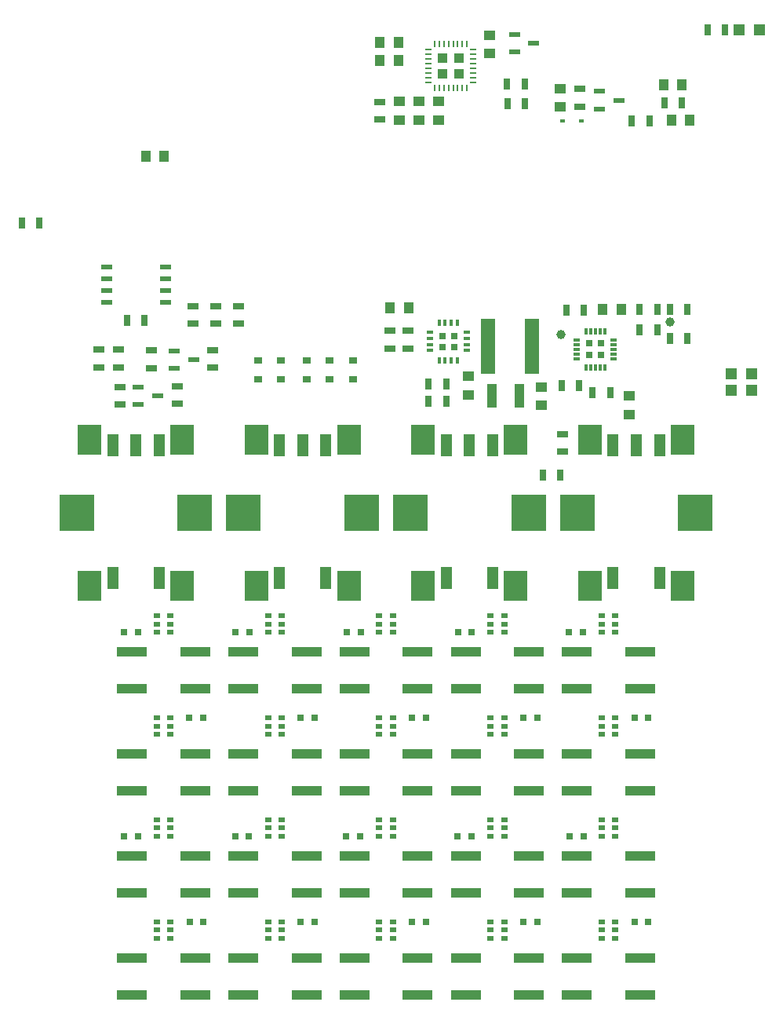
<source format=gbr>
G04 #@! TF.GenerationSoftware,KiCad,Pcbnew,(5.0.0-3-g5ebb6b6)*
G04 #@! TF.CreationDate,2018-10-17T11:41:48-06:00*
G04 #@! TF.ProjectId,teensy_beats,7465656E73795F62656174732E6B6963,rev?*
G04 #@! TF.SameCoordinates,Original*
G04 #@! TF.FileFunction,Paste,Top*
G04 #@! TF.FilePolarity,Positive*
%FSLAX46Y46*%
G04 Gerber Fmt 4.6, Leading zero omitted, Abs format (unit mm)*
G04 Created by KiCad (PCBNEW (5.0.0-3-g5ebb6b6)) date Wednesday, October 17, 2018 at 11:41:48 AM*
%MOMM*%
%LPD*%
G01*
G04 APERTURE LIST*
%ADD10C,1.000000*%
%ADD11R,1.250000X1.000000*%
%ADD12R,1.000000X1.250000*%
%ADD13R,1.000000X2.500000*%
%ADD14R,0.700000X1.300000*%
%ADD15R,1.300000X0.700000*%
%ADD16R,1.300000X0.600000*%
%ADD17R,0.800000X0.750000*%
%ADD18R,0.750000X0.750000*%
%ADD19R,0.350000X0.800000*%
%ADD20R,0.800000X0.350000*%
%ADD21R,0.730000X0.300000*%
%ADD22R,0.300000X0.730000*%
%ADD23R,1.035000X1.035000*%
%ADD24R,0.700000X0.250000*%
%ADD25R,0.250000X0.700000*%
%ADD26R,1.600000X5.900000*%
%ADD27R,1.200000X1.200000*%
%ADD28R,1.143000X0.508000*%
%ADD29R,3.750000X4.000000*%
%ADD30R,2.500000X3.300000*%
%ADD31R,1.300000X2.400000*%
%ADD32R,0.600000X0.450000*%
%ADD33R,0.800000X0.500000*%
%ADD34R,3.200000X1.000000*%
%ADD35R,0.900000X0.800000*%
G04 APERTURE END LIST*
D10*
G04 #@! TO.C,TP1*
X118875000Y-71775000D03*
G04 #@! TD*
G04 #@! TO.C,TP2*
X130600000Y-70425000D03*
G04 #@! TD*
D11*
G04 #@! TO.C,C35*
X126275000Y-78425000D03*
X126275000Y-80425000D03*
G04 #@! TD*
D12*
G04 #@! TO.C,C36*
X123350000Y-69125000D03*
X125350000Y-69125000D03*
G04 #@! TD*
D13*
G04 #@! TO.C,C22*
X114400000Y-78375000D03*
X111400000Y-78375000D03*
G04 #@! TD*
D14*
G04 #@! TO.C,R30*
X121360000Y-69130000D03*
X119460000Y-69130000D03*
G04 #@! TD*
D15*
G04 #@! TO.C,R26*
X71325000Y-79325000D03*
X71325000Y-77425000D03*
G04 #@! TD*
G04 #@! TO.C,R27*
X77450000Y-79250000D03*
X77450000Y-77350000D03*
G04 #@! TD*
G04 #@! TO.C,R28*
X74700000Y-73525000D03*
X74700000Y-75425000D03*
G04 #@! TD*
G04 #@! TO.C,R29*
X81275000Y-75375000D03*
X81275000Y-73475000D03*
G04 #@! TD*
D16*
G04 #@! TO.C,Q1*
X75325000Y-78375000D03*
X73225000Y-79325000D03*
X73225000Y-77425000D03*
G04 #@! TD*
G04 #@! TO.C,Q2*
X77125000Y-73575000D03*
X77125000Y-75475000D03*
X79225000Y-74525000D03*
G04 #@! TD*
D17*
G04 #@! TO.C,C9*
X114800000Y-113100000D03*
X116300000Y-113100000D03*
G04 #@! TD*
G04 #@! TO.C,C8*
X104300000Y-113100000D03*
X102800000Y-113100000D03*
G04 #@! TD*
G04 #@! TO.C,C7*
X90800000Y-113100000D03*
X92300000Y-113100000D03*
G04 #@! TD*
G04 #@! TO.C,C6*
X80250000Y-113100000D03*
X78750000Y-113100000D03*
G04 #@! TD*
G04 #@! TO.C,C5*
X121250000Y-103900000D03*
X119750000Y-103900000D03*
G04 #@! TD*
G04 #@! TO.C,C4*
X107750000Y-103900000D03*
X109250000Y-103900000D03*
G04 #@! TD*
G04 #@! TO.C,C3*
X97250000Y-103900000D03*
X95750000Y-103900000D03*
G04 #@! TD*
G04 #@! TO.C,C2*
X83750000Y-103900000D03*
X85250000Y-103900000D03*
G04 #@! TD*
G04 #@! TO.C,C1*
X73250000Y-103900000D03*
X71750000Y-103900000D03*
G04 #@! TD*
G04 #@! TO.C,C10*
X128300000Y-113100000D03*
X126800000Y-113100000D03*
G04 #@! TD*
G04 #@! TO.C,C11*
X73200000Y-125900000D03*
X71700000Y-125900000D03*
G04 #@! TD*
G04 #@! TO.C,C12*
X83700000Y-125900000D03*
X85200000Y-125900000D03*
G04 #@! TD*
G04 #@! TO.C,C13*
X97200000Y-125900000D03*
X95700000Y-125900000D03*
G04 #@! TD*
G04 #@! TO.C,C14*
X107700000Y-125900000D03*
X109200000Y-125900000D03*
G04 #@! TD*
D11*
G04 #@! TO.C,C21*
X108900000Y-76300000D03*
X108900000Y-78300000D03*
G04 #@! TD*
G04 #@! TO.C,C23*
X116725000Y-77450000D03*
X116725000Y-79450000D03*
G04 #@! TD*
D12*
G04 #@! TO.C,C24*
X100425000Y-68950000D03*
X102425000Y-68950000D03*
G04 #@! TD*
D11*
G04 #@! TO.C,C25*
X118780000Y-47260000D03*
X118780000Y-45260000D03*
G04 #@! TD*
G04 #@! TO.C,C26*
X101450000Y-46650000D03*
X101450000Y-48650000D03*
G04 #@! TD*
G04 #@! TO.C,C27*
X103550000Y-48650000D03*
X103550000Y-46650000D03*
G04 #@! TD*
G04 #@! TO.C,C28*
X105650000Y-46650000D03*
X105650000Y-48650000D03*
G04 #@! TD*
D12*
G04 #@! TO.C,C29*
X99350000Y-42225000D03*
X101350000Y-42225000D03*
G04 #@! TD*
G04 #@! TO.C,C30*
X101350000Y-40325000D03*
X99350000Y-40325000D03*
G04 #@! TD*
D11*
G04 #@! TO.C,C31*
X111150000Y-41500000D03*
X111150000Y-39500000D03*
G04 #@! TD*
D12*
G04 #@! TO.C,C32*
X76050000Y-52550000D03*
X74050000Y-52550000D03*
G04 #@! TD*
G04 #@! TO.C,C33*
X129940000Y-44880000D03*
X131940000Y-44880000D03*
G04 #@! TD*
G04 #@! TO.C,C34*
X132800000Y-48675000D03*
X130800000Y-48675000D03*
G04 #@! TD*
D18*
G04 #@! TO.C,U5*
X107325000Y-73175000D03*
X107325000Y-71925000D03*
X106075000Y-73175000D03*
X106075000Y-71925000D03*
D19*
X107675000Y-74550000D03*
X107025000Y-74550000D03*
X106375000Y-74550000D03*
X105725000Y-74550000D03*
D20*
X104700000Y-73525000D03*
X104700000Y-72875000D03*
X104700000Y-72225000D03*
X104700000Y-71575000D03*
D19*
X105725000Y-70550000D03*
X106375000Y-70550000D03*
X107025000Y-70550000D03*
X107675000Y-70550000D03*
D20*
X108700000Y-71575000D03*
X108700000Y-72225000D03*
X108700000Y-72875000D03*
X108700000Y-73525000D03*
G04 #@! TD*
D18*
G04 #@! TO.C,U4*
X123197452Y-72762787D03*
X121947452Y-72762787D03*
X123197452Y-74012787D03*
X121947452Y-74012787D03*
D21*
X124537452Y-72387787D03*
X124537452Y-72887787D03*
X124537452Y-73387787D03*
X124537452Y-73887787D03*
X124537452Y-74387787D03*
D22*
X123572452Y-75352787D03*
X123072452Y-75352787D03*
X122572452Y-75352787D03*
X122072452Y-75352787D03*
X121572452Y-75352787D03*
D21*
X120607452Y-74387787D03*
X120607452Y-73887787D03*
X120607452Y-73387787D03*
X120607452Y-72887787D03*
X120607452Y-72387787D03*
D22*
X121572452Y-71422787D03*
X122072452Y-71422787D03*
X122572452Y-71422787D03*
X123072452Y-71422787D03*
X123572452Y-71422787D03*
G04 #@! TD*
D23*
G04 #@! TO.C,U7*
X107846482Y-41980364D03*
X106121482Y-41980364D03*
X107846482Y-43705364D03*
X106121482Y-43705364D03*
D24*
X109383982Y-41092864D03*
X109383982Y-41592864D03*
X109383982Y-42092864D03*
X109383982Y-42592864D03*
X109383982Y-43092864D03*
X109383982Y-43592864D03*
X109383982Y-44092864D03*
X109383982Y-44592864D03*
D25*
X108733982Y-45242864D03*
X108233982Y-45242864D03*
X107733982Y-45242864D03*
X107233982Y-45242864D03*
X106733982Y-45242864D03*
X106233982Y-45242864D03*
X105733982Y-45242864D03*
X105233982Y-45242864D03*
D24*
X104583982Y-44592864D03*
X104583982Y-44092864D03*
X104583982Y-43592864D03*
X104583982Y-43092864D03*
X104583982Y-42592864D03*
X104583982Y-42092864D03*
X104583982Y-41592864D03*
X104583982Y-41092864D03*
D25*
X105233982Y-40442864D03*
X105733982Y-40442864D03*
X106233982Y-40442864D03*
X106733982Y-40442864D03*
X107233982Y-40442864D03*
X107733982Y-40442864D03*
X108233982Y-40442864D03*
X108733982Y-40442864D03*
G04 #@! TD*
D15*
G04 #@! TO.C,L2*
X99300000Y-46700000D03*
X99300000Y-48600000D03*
G04 #@! TD*
D26*
G04 #@! TO.C,L1*
X115700000Y-73050000D03*
X111000000Y-73050000D03*
G04 #@! TD*
D27*
G04 #@! TO.C,D7*
X137250000Y-76000000D03*
X139450000Y-76000000D03*
G04 #@! TD*
D28*
G04 #@! TO.C,U2*
X76175000Y-68305000D03*
X76175000Y-67035000D03*
X76175000Y-65765000D03*
X76175000Y-64495000D03*
X69825000Y-64495000D03*
X69825000Y-65765000D03*
X69825000Y-67035000D03*
X69825000Y-68305000D03*
G04 #@! TD*
D16*
G04 #@! TO.C,U6*
X115950000Y-40400000D03*
X113850000Y-41350000D03*
X113850000Y-39450000D03*
G04 #@! TD*
G04 #@! TO.C,D6*
X123025000Y-45575000D03*
X123025000Y-47475000D03*
X125125000Y-46525000D03*
G04 #@! TD*
D27*
G04 #@! TO.C,D10*
X138075000Y-38925000D03*
X140275000Y-38925000D03*
G04 #@! TD*
D14*
G04 #@! TO.C,R25*
X131910000Y-46790000D03*
X130010000Y-46790000D03*
G04 #@! TD*
D27*
G04 #@! TO.C,D9*
X137250000Y-77800000D03*
X139450000Y-77800000D03*
G04 #@! TD*
D14*
G04 #@! TO.C,R24*
X134675000Y-38950000D03*
X136575000Y-38950000D03*
G04 #@! TD*
D15*
G04 #@! TO.C,R6*
X71125000Y-75325000D03*
X71125000Y-73425000D03*
G04 #@! TD*
D14*
G04 #@! TO.C,R23*
X113070000Y-44750000D03*
X114970000Y-44750000D03*
G04 #@! TD*
D29*
G04 #@! TO.C,SW1*
X66625000Y-91000000D03*
X79375000Y-91000000D03*
D30*
X78000000Y-98900000D03*
X68000000Y-98900000D03*
X78000000Y-83100000D03*
X68000000Y-83100000D03*
D31*
X73000000Y-83700000D03*
X70500000Y-83700000D03*
X75500000Y-83700000D03*
X70500000Y-98000000D03*
X75500000Y-98000000D03*
G04 #@! TD*
D29*
G04 #@! TO.C,SW3*
X102625000Y-91000000D03*
X115375000Y-91000000D03*
D30*
X114000000Y-98900000D03*
X104000000Y-98900000D03*
X114000000Y-83100000D03*
X104000000Y-83100000D03*
D31*
X109000000Y-83700000D03*
X106500000Y-83700000D03*
X111500000Y-83700000D03*
X106500000Y-98000000D03*
X111500000Y-98000000D03*
G04 #@! TD*
D29*
G04 #@! TO.C,SW2*
X84625000Y-91000000D03*
X97375000Y-91000000D03*
D30*
X96000000Y-98900000D03*
X86000000Y-98900000D03*
X96000000Y-83100000D03*
X86000000Y-83100000D03*
D31*
X91000000Y-83700000D03*
X88500000Y-83700000D03*
X93500000Y-83700000D03*
X88500000Y-98000000D03*
X93500000Y-98000000D03*
G04 #@! TD*
D29*
G04 #@! TO.C,SW4*
X120625000Y-91000000D03*
X133375000Y-91000000D03*
D30*
X132000000Y-98900000D03*
X122000000Y-98900000D03*
X132000000Y-83100000D03*
X122000000Y-83100000D03*
D31*
X127000000Y-83700000D03*
X124500000Y-83700000D03*
X129500000Y-83700000D03*
X124500000Y-98000000D03*
X129500000Y-98000000D03*
G04 #@! TD*
D32*
G04 #@! TO.C,D8*
X119000000Y-48800000D03*
X121100000Y-48800000D03*
G04 #@! TD*
D14*
G04 #@! TO.C,R1*
X73950000Y-70300000D03*
X72050000Y-70300000D03*
G04 #@! TD*
D17*
G04 #@! TO.C,C20*
X126800000Y-135100000D03*
X128300000Y-135100000D03*
G04 #@! TD*
G04 #@! TO.C,C15*
X119800000Y-125900000D03*
X121300000Y-125900000D03*
G04 #@! TD*
G04 #@! TO.C,C16*
X78800000Y-135100000D03*
X80300000Y-135100000D03*
G04 #@! TD*
G04 #@! TO.C,C17*
X92300000Y-135100000D03*
X90800000Y-135100000D03*
G04 #@! TD*
G04 #@! TO.C,C18*
X102800000Y-135100000D03*
X104300000Y-135100000D03*
G04 #@! TD*
G04 #@! TO.C,C19*
X116300000Y-135100000D03*
X114800000Y-135100000D03*
G04 #@! TD*
D14*
G04 #@! TO.C,R21*
X118800000Y-86950000D03*
X116900000Y-86950000D03*
G04 #@! TD*
G04 #@! TO.C,R22*
X113080000Y-46860000D03*
X114980000Y-46860000D03*
G04 #@! TD*
D15*
G04 #@! TO.C,R20*
X120940000Y-47200000D03*
X120940000Y-45300000D03*
G04 #@! TD*
G04 #@! TO.C,R19*
X119050000Y-82550000D03*
X119050000Y-84450000D03*
G04 #@! TD*
D33*
G04 #@! TO.C,LED7*
X88750000Y-114900000D03*
X88750000Y-113100000D03*
X87250000Y-114900000D03*
X87250000Y-113100000D03*
X87250000Y-114000000D03*
X88750000Y-114000000D03*
G04 #@! TD*
G04 #@! TO.C,LED1*
X123250000Y-102100000D03*
X123250000Y-103900000D03*
X124750000Y-102100000D03*
X124750000Y-103900000D03*
X124750000Y-103000000D03*
X123250000Y-103000000D03*
G04 #@! TD*
G04 #@! TO.C,LED2*
X111250000Y-102100000D03*
X111250000Y-103900000D03*
X112750000Y-102100000D03*
X112750000Y-103900000D03*
X112750000Y-103000000D03*
X111250000Y-103000000D03*
G04 #@! TD*
G04 #@! TO.C,LED20*
X124750000Y-136900000D03*
X124750000Y-135100000D03*
X123250000Y-136900000D03*
X123250000Y-135100000D03*
X123250000Y-136000000D03*
X124750000Y-136000000D03*
G04 #@! TD*
G04 #@! TO.C,LED19*
X112750000Y-136900000D03*
X112750000Y-135100000D03*
X111250000Y-136900000D03*
X111250000Y-135100000D03*
X111250000Y-136000000D03*
X112750000Y-136000000D03*
G04 #@! TD*
G04 #@! TO.C,LED18*
X100750000Y-136900000D03*
X100750000Y-135100000D03*
X99250000Y-136900000D03*
X99250000Y-135100000D03*
X99250000Y-136000000D03*
X100750000Y-136000000D03*
G04 #@! TD*
G04 #@! TO.C,LED17*
X88750000Y-136900000D03*
X88750000Y-135100000D03*
X87250000Y-136900000D03*
X87250000Y-135100000D03*
X87250000Y-136000000D03*
X88750000Y-136000000D03*
G04 #@! TD*
G04 #@! TO.C,LED16*
X76750000Y-136900000D03*
X76750000Y-135100000D03*
X75250000Y-136900000D03*
X75250000Y-135100000D03*
X75250000Y-136000000D03*
X76750000Y-136000000D03*
G04 #@! TD*
G04 #@! TO.C,LED15*
X75250000Y-124100000D03*
X75250000Y-125900000D03*
X76750000Y-124100000D03*
X76750000Y-125900000D03*
X76750000Y-125000000D03*
X75250000Y-125000000D03*
G04 #@! TD*
G04 #@! TO.C,LED14*
X87250000Y-124100000D03*
X87250000Y-125900000D03*
X88750000Y-124100000D03*
X88750000Y-125900000D03*
X88750000Y-125000000D03*
X87250000Y-125000000D03*
G04 #@! TD*
G04 #@! TO.C,LED13*
X99250000Y-124100000D03*
X99250000Y-125900000D03*
X100750000Y-124100000D03*
X100750000Y-125900000D03*
X100750000Y-125000000D03*
X99250000Y-125000000D03*
G04 #@! TD*
G04 #@! TO.C,LED12*
X111250000Y-124100000D03*
X111250000Y-125900000D03*
X112750000Y-124100000D03*
X112750000Y-125900000D03*
X112750000Y-125000000D03*
X111250000Y-125000000D03*
G04 #@! TD*
G04 #@! TO.C,LED11*
X123250000Y-124100000D03*
X123250000Y-125900000D03*
X124750000Y-124100000D03*
X124750000Y-125900000D03*
X124750000Y-125000000D03*
X123250000Y-125000000D03*
G04 #@! TD*
G04 #@! TO.C,LED10*
X124750000Y-114900000D03*
X124750000Y-113100000D03*
X123250000Y-114900000D03*
X123250000Y-113100000D03*
X123250000Y-114000000D03*
X124750000Y-114000000D03*
G04 #@! TD*
G04 #@! TO.C,LED9*
X112750000Y-114900000D03*
X112750000Y-113100000D03*
X111250000Y-114900000D03*
X111250000Y-113100000D03*
X111250000Y-114000000D03*
X112750000Y-114000000D03*
G04 #@! TD*
G04 #@! TO.C,LED8*
X100750000Y-114900000D03*
X100750000Y-113100000D03*
X99250000Y-114900000D03*
X99250000Y-113100000D03*
X99250000Y-114000000D03*
X100750000Y-114000000D03*
G04 #@! TD*
G04 #@! TO.C,LED6*
X76750000Y-114900000D03*
X76750000Y-113100000D03*
X75250000Y-114900000D03*
X75250000Y-113100000D03*
X75250000Y-114000000D03*
X76750000Y-114000000D03*
G04 #@! TD*
G04 #@! TO.C,LED5*
X75250000Y-102100000D03*
X75250000Y-103900000D03*
X76750000Y-102100000D03*
X76750000Y-103900000D03*
X76750000Y-103000000D03*
X75250000Y-103000000D03*
G04 #@! TD*
G04 #@! TO.C,LED4*
X87250000Y-102100000D03*
X87250000Y-103900000D03*
X88750000Y-102100000D03*
X88750000Y-103900000D03*
X88750000Y-103000000D03*
X87250000Y-103000000D03*
G04 #@! TD*
G04 #@! TO.C,LED3*
X99250000Y-102100000D03*
X99250000Y-103900000D03*
X100750000Y-102100000D03*
X100750000Y-103900000D03*
X100750000Y-103000000D03*
X99250000Y-103000000D03*
G04 #@! TD*
D15*
G04 #@! TO.C,R15*
X102325000Y-71400000D03*
X102325000Y-73300000D03*
G04 #@! TD*
D14*
G04 #@! TO.C,R16*
X129250000Y-71250000D03*
X127350000Y-71250000D03*
G04 #@! TD*
G04 #@! TO.C,R17*
X130600000Y-72175000D03*
X132500000Y-72175000D03*
G04 #@! TD*
G04 #@! TO.C,R18*
X128400000Y-48750000D03*
X126500000Y-48750000D03*
G04 #@! TD*
G04 #@! TO.C,R14*
X106500000Y-79000000D03*
X104600000Y-79000000D03*
G04 #@! TD*
D34*
G04 #@! TO.C,S20*
X127400000Y-139000000D03*
X120600000Y-139000000D03*
X120600000Y-143000000D03*
X127400000Y-143000000D03*
G04 #@! TD*
G04 #@! TO.C,S19*
X115400000Y-143000000D03*
X108600000Y-143000000D03*
X108600000Y-139000000D03*
X115400000Y-139000000D03*
G04 #@! TD*
G04 #@! TO.C,S18*
X103400000Y-139000000D03*
X96600000Y-139000000D03*
X96600000Y-143000000D03*
X103400000Y-143000000D03*
G04 #@! TD*
G04 #@! TO.C,S17*
X91400000Y-143000000D03*
X84600000Y-143000000D03*
X84600000Y-139000000D03*
X91400000Y-139000000D03*
G04 #@! TD*
D35*
G04 #@! TO.C,D5*
X96400000Y-74550000D03*
X96400000Y-76650000D03*
G04 #@! TD*
D15*
G04 #@! TO.C,R13*
X100400000Y-73300000D03*
X100400000Y-71400000D03*
G04 #@! TD*
D34*
G04 #@! TO.C,S5*
X127400000Y-106000000D03*
X120600000Y-106000000D03*
X120600000Y-110000000D03*
X127400000Y-110000000D03*
G04 #@! TD*
D14*
G04 #@! TO.C,R9*
X130600000Y-69050000D03*
X132500000Y-69050000D03*
G04 #@! TD*
G04 #@! TO.C,R10*
X106500000Y-77100000D03*
X104600000Y-77100000D03*
G04 #@! TD*
G04 #@! TO.C,R11*
X122275000Y-78100000D03*
X124175000Y-78100000D03*
G04 #@! TD*
G04 #@! TO.C,R12*
X120850000Y-77325000D03*
X118950000Y-77325000D03*
G04 #@! TD*
D15*
G04 #@! TO.C,R5*
X79175000Y-70625000D03*
X79175000Y-68725000D03*
G04 #@! TD*
G04 #@! TO.C,R7*
X69000000Y-75325000D03*
X69000000Y-73425000D03*
G04 #@! TD*
D14*
G04 #@! TO.C,R8*
X127350000Y-69050000D03*
X129250000Y-69050000D03*
G04 #@! TD*
D15*
G04 #@! TO.C,R4*
X81625000Y-70625000D03*
X81625000Y-68725000D03*
G04 #@! TD*
G04 #@! TO.C,R3*
X84075000Y-70625000D03*
X84075000Y-68725000D03*
G04 #@! TD*
D14*
G04 #@! TO.C,R2*
X62600000Y-59800000D03*
X60700000Y-59800000D03*
G04 #@! TD*
D35*
G04 #@! TO.C,D1*
X86150000Y-76650000D03*
X86150000Y-74550000D03*
G04 #@! TD*
D34*
G04 #@! TO.C,S16*
X79400000Y-139000000D03*
X72600000Y-139000000D03*
X72600000Y-143000000D03*
X79400000Y-143000000D03*
G04 #@! TD*
G04 #@! TO.C,S15*
X127400000Y-128000000D03*
X120600000Y-128000000D03*
X120600000Y-132000000D03*
X127400000Y-132000000D03*
G04 #@! TD*
G04 #@! TO.C,S14*
X115400000Y-128000000D03*
X108600000Y-128000000D03*
X108600000Y-132000000D03*
X115400000Y-132000000D03*
G04 #@! TD*
G04 #@! TO.C,S13*
X103400000Y-128000000D03*
X96600000Y-128000000D03*
X96600000Y-132000000D03*
X103400000Y-132000000D03*
G04 #@! TD*
G04 #@! TO.C,S12*
X91400000Y-128000000D03*
X84600000Y-128000000D03*
X84600000Y-132000000D03*
X91400000Y-132000000D03*
G04 #@! TD*
G04 #@! TO.C,S11*
X79400000Y-128000000D03*
X72600000Y-128000000D03*
X72600000Y-132000000D03*
X79400000Y-132000000D03*
G04 #@! TD*
G04 #@! TO.C,S10*
X127400000Y-117000000D03*
X120600000Y-117000000D03*
X120600000Y-121000000D03*
X127400000Y-121000000D03*
G04 #@! TD*
G04 #@! TO.C,S9*
X115400000Y-117000000D03*
X108600000Y-117000000D03*
X108600000Y-121000000D03*
X115400000Y-121000000D03*
G04 #@! TD*
G04 #@! TO.C,S8*
X103400000Y-117000000D03*
X96600000Y-117000000D03*
X96600000Y-121000000D03*
X103400000Y-121000000D03*
G04 #@! TD*
G04 #@! TO.C,S7*
X91400000Y-117000000D03*
X84600000Y-117000000D03*
X84600000Y-121000000D03*
X91400000Y-121000000D03*
G04 #@! TD*
G04 #@! TO.C,S6*
X79400000Y-117000000D03*
X72600000Y-117000000D03*
X72600000Y-121000000D03*
X79400000Y-121000000D03*
G04 #@! TD*
G04 #@! TO.C,S4*
X115400000Y-106000000D03*
X108600000Y-106000000D03*
X108600000Y-110000000D03*
X115400000Y-110000000D03*
G04 #@! TD*
G04 #@! TO.C,S3*
X103400000Y-106000000D03*
X96600000Y-106000000D03*
X96600000Y-110000000D03*
X103400000Y-110000000D03*
G04 #@! TD*
G04 #@! TO.C,S2*
X91400000Y-106000000D03*
X84600000Y-106000000D03*
X84600000Y-110000000D03*
X91400000Y-110000000D03*
G04 #@! TD*
G04 #@! TO.C,S1*
X79400000Y-106000000D03*
X72600000Y-106000000D03*
X72600000Y-110000000D03*
X79400000Y-110000000D03*
G04 #@! TD*
D35*
G04 #@! TO.C,D4*
X93900000Y-76650000D03*
X93900000Y-74550000D03*
G04 #@! TD*
G04 #@! TO.C,D3*
X91400000Y-76650000D03*
X91400000Y-74550000D03*
G04 #@! TD*
G04 #@! TO.C,D2*
X88650000Y-76650000D03*
X88650000Y-74550000D03*
G04 #@! TD*
M02*

</source>
